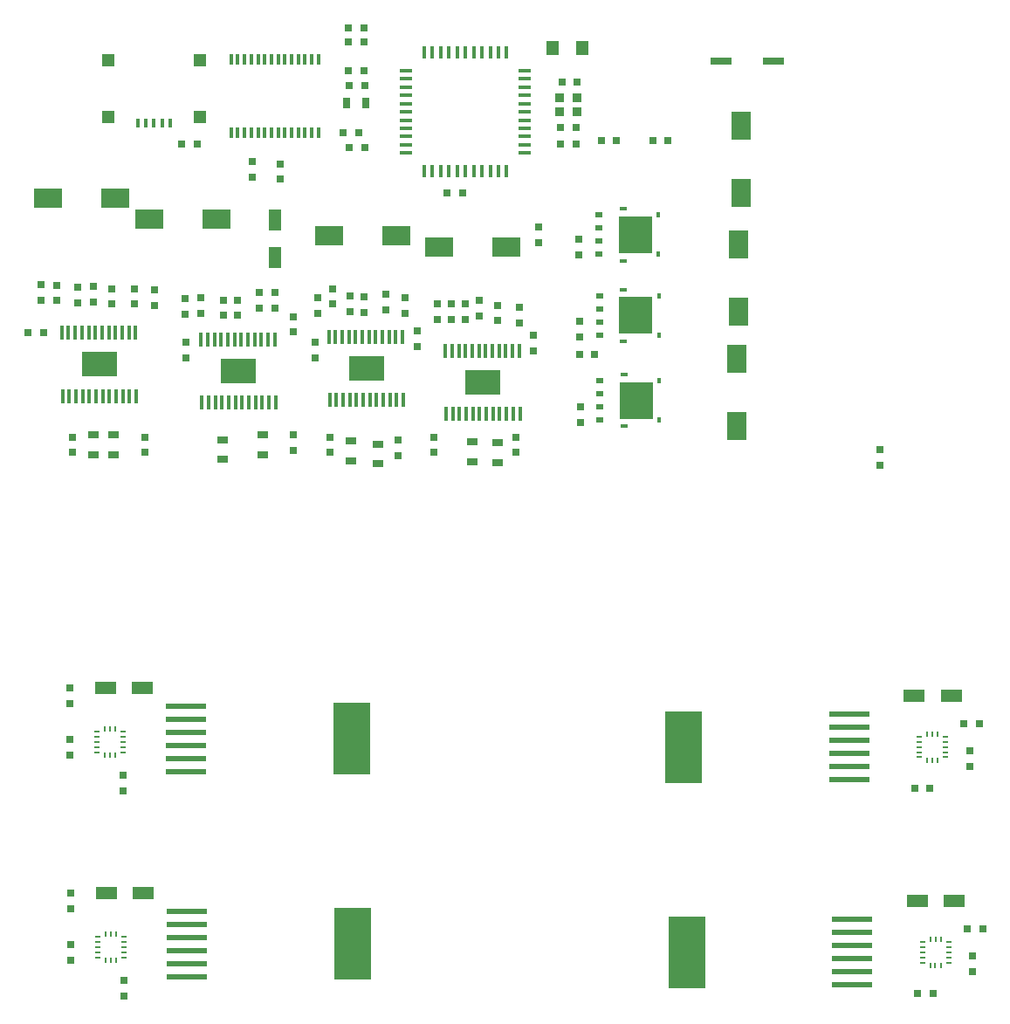
<source format=gtp>
G04 #@! TF.FileFunction,Paste,Top*
%FSLAX46Y46*%
G04 Gerber Fmt 4.6, Leading zero omitted, Abs format (unit mm)*
G04 Created by KiCad (PCBNEW (2015-08-20 BZR 6109)-product) date Wed 02 Sep 2015 10:01:10 PM PDT*
%MOMM*%
G01*
G04 APERTURE LIST*
%ADD10C,0.150000*%
%ADD11R,0.719328X0.800608*%
%ADD12R,0.800608X0.719328*%
%ADD13R,0.711200X1.117600*%
%ADD14R,1.920240X2.800096*%
%ADD15R,2.800096X1.920240*%
%ADD16R,1.278128X1.440688*%
%ADD17R,0.960000X0.880000*%
%ADD18R,1.200912X0.440944*%
%ADD19R,0.440944X1.200912*%
%ADD20R,1.280160X2.080768*%
%ADD21R,1.117600X0.711200*%
%ADD22R,2.032000X0.792480*%
%ADD23R,1.280160X1.280160*%
%ADD24R,0.400304X0.959104*%
%ADD25R,0.325120X1.016000*%
%ADD26R,0.360000X1.320000*%
%ADD27R,3.456000X2.400000*%
%ADD28R,0.380000X0.600000*%
%ADD29R,0.724000X0.396000*%
%ADD30R,0.800000X0.600000*%
%ADD31R,3.244000X3.648000*%
%ADD32R,0.480000X0.180000*%
%ADD33R,0.180000X0.480000*%
%ADD34R,4.000000X0.608000*%
%ADD35R,3.600000X7.040000*%
%ADD36R,2.080768X1.280160*%
G04 APERTURE END LIST*
D10*
D11*
X215851840Y-34800000D03*
X214348160Y-34800000D03*
D12*
X212200000Y-44351840D03*
X212200000Y-42848160D03*
D11*
X193856760Y-29148200D03*
X195360440Y-29148200D03*
D12*
X179400000Y-49748160D03*
X179400000Y-51251840D03*
X245300000Y-65951840D03*
X245300000Y-64448160D03*
X186600000Y-50751840D03*
X186600000Y-49248160D03*
X197400000Y-49398160D03*
X197400000Y-50901840D03*
X202000000Y-64751840D03*
X202000000Y-63248160D03*
X210300000Y-52151840D03*
X210300000Y-50648160D03*
X203750000Y-50298160D03*
X203750000Y-51801840D03*
X184400000Y-38051840D03*
X184400000Y-36548160D03*
X192250000Y-48848160D03*
X192250000Y-50351840D03*
X165450000Y-48498160D03*
X165450000Y-50001840D03*
X174900000Y-50451840D03*
X174900000Y-48948160D03*
X200400000Y-54451840D03*
X200400000Y-52948160D03*
X170800000Y-48848160D03*
X170800000Y-50351840D03*
X187100000Y-38251840D03*
X187100000Y-36748160D03*
X173000000Y-50351840D03*
X173000000Y-48848160D03*
X199200000Y-51251840D03*
X199200000Y-49748160D03*
X167000000Y-64751840D03*
X167000000Y-63248160D03*
X192000000Y-64751840D03*
X192000000Y-63248160D03*
X211650000Y-53348160D03*
X211650000Y-54851840D03*
X188400000Y-51548160D03*
X188400000Y-53051840D03*
X208200000Y-50448160D03*
X208200000Y-51951840D03*
X185100000Y-49248160D03*
X185100000Y-50751840D03*
D11*
X179051840Y-34800000D03*
X177548160Y-34800000D03*
X204834640Y-39587600D03*
X203330960Y-39587600D03*
D13*
X193529100Y-30850000D03*
X195434100Y-30850000D03*
D11*
X219751840Y-34500000D03*
X218248160Y-34500000D03*
D12*
X216100000Y-44048160D03*
X216100000Y-45551840D03*
D11*
X215851840Y-33200000D03*
X214348160Y-33200000D03*
X214448160Y-28800000D03*
X215951840Y-28800000D03*
D14*
X231400000Y-55648800D03*
X231400000Y-62151200D03*
D15*
X202548800Y-44800000D03*
X209051200Y-44800000D03*
X198351200Y-43700000D03*
X191848800Y-43700000D03*
D14*
X231800000Y-33048800D03*
X231800000Y-39551200D03*
D15*
X174448800Y-42100000D03*
X180951200Y-42100000D03*
D16*
X216419860Y-25500000D03*
X213580140Y-25500000D03*
D17*
X215950000Y-30300000D03*
X214250000Y-30300000D03*
X215950000Y-31700000D03*
X214250000Y-31700000D03*
D18*
X199354520Y-33300200D03*
X199354520Y-34100300D03*
X199354520Y-35700500D03*
X199354520Y-34900400D03*
X199354520Y-30899900D03*
X199354520Y-32500100D03*
X199354520Y-31700000D03*
X199354520Y-29299700D03*
X199354520Y-30099800D03*
X199354520Y-28499600D03*
X199354520Y-27699500D03*
X210840400Y-27699500D03*
X210840400Y-28499600D03*
X210840400Y-30099800D03*
X210840400Y-29299700D03*
X210840400Y-31700000D03*
X210840400Y-32500100D03*
X210840400Y-30899900D03*
X210840400Y-34900400D03*
X210840400Y-35700500D03*
X210840400Y-34100300D03*
X210840400Y-33300200D03*
D19*
X209100500Y-37440400D03*
X208300400Y-37440400D03*
X206700200Y-37440400D03*
X207500300Y-37440400D03*
X205100000Y-37440400D03*
X204299900Y-37440400D03*
X205900100Y-37440400D03*
X201899600Y-37440400D03*
X201099500Y-37440400D03*
X202699700Y-37440400D03*
X203499800Y-37440400D03*
X203499800Y-25959600D03*
X202699700Y-25959600D03*
X201099500Y-25959600D03*
X201899600Y-25959600D03*
X205900100Y-25959600D03*
X204299900Y-25959600D03*
X205100000Y-25959600D03*
X207500300Y-25959600D03*
X206700200Y-25959600D03*
X208300400Y-25959600D03*
X209100500Y-25959600D03*
D20*
X186600000Y-42199140D03*
X186600000Y-45800860D03*
D11*
X224751840Y-34500000D03*
X223248160Y-34500000D03*
D12*
X216200000Y-52048160D03*
X216200000Y-53551840D03*
X216300000Y-60348160D03*
X216300000Y-61851840D03*
D11*
X195360440Y-35142600D03*
X193856760Y-35142600D03*
X195251840Y-27700000D03*
X193748160Y-27700000D03*
X195251840Y-24900000D03*
X193748160Y-24900000D03*
D21*
X185400000Y-63047500D03*
X185400000Y-64952500D03*
X181550000Y-63497500D03*
X181550000Y-65402500D03*
X208200000Y-63795000D03*
X208200000Y-65700000D03*
X205800000Y-63695000D03*
X205800000Y-65600000D03*
D12*
X181600000Y-49948160D03*
X181600000Y-51451840D03*
X206400000Y-49998160D03*
X206400000Y-51501840D03*
D11*
X195251840Y-23600000D03*
X193748160Y-23600000D03*
D12*
X183000000Y-51451840D03*
X183000000Y-49948160D03*
X205100000Y-51851840D03*
X205100000Y-50348160D03*
X210000000Y-63248160D03*
X210000000Y-64751840D03*
X188400000Y-63048160D03*
X188400000Y-64551840D03*
X177900000Y-49848160D03*
X177900000Y-51351840D03*
X178000000Y-54048160D03*
X178000000Y-55551840D03*
X190800000Y-49748160D03*
X190800000Y-51251840D03*
D15*
X171151200Y-40100000D03*
X164648800Y-40100000D03*
D11*
X164151840Y-53100000D03*
X162648160Y-53100000D03*
D12*
X163900000Y-48448160D03*
X163900000Y-49951840D03*
X190500000Y-54048160D03*
X190500000Y-55551840D03*
X174000000Y-63248160D03*
X174000000Y-64751840D03*
X198600000Y-63548160D03*
X198600000Y-65051840D03*
X169000000Y-50151840D03*
X169000000Y-48648160D03*
X195300000Y-51151840D03*
X195300000Y-49648160D03*
X167500000Y-48748160D03*
X167500000Y-50251840D03*
X193900000Y-49548160D03*
X193900000Y-51051840D03*
D21*
X169000000Y-63047500D03*
X169000000Y-64952500D03*
X171000000Y-63047500D03*
X171000000Y-64952500D03*
X194000000Y-63647500D03*
X194000000Y-65552500D03*
X196600000Y-63947500D03*
X196600000Y-65852500D03*
D12*
X202350000Y-50348160D03*
X202350000Y-51851840D03*
D11*
X217651840Y-55250000D03*
X216148160Y-55250000D03*
X194751840Y-33700000D03*
X193248160Y-33700000D03*
D22*
X229860000Y-26800000D03*
X234940000Y-26800000D03*
D23*
X170449920Y-32198800D03*
X170449920Y-26699700D03*
X179350080Y-32198800D03*
D24*
X174099900Y-32800780D03*
X176500200Y-32800780D03*
X175700100Y-32800780D03*
X173299800Y-32800780D03*
X174887300Y-32800780D03*
D23*
X179350080Y-26699700D03*
D14*
X231600000Y-51051200D03*
X231600000Y-44548800D03*
D25*
X190825000Y-26644000D03*
X190175000Y-26644000D03*
X189525000Y-26644000D03*
X188875000Y-26644000D03*
X188225000Y-26644000D03*
X187575000Y-26644000D03*
X186925000Y-26644000D03*
X186275000Y-26644000D03*
X185625000Y-26644000D03*
X184975000Y-26644000D03*
X184325000Y-26644000D03*
X183675000Y-26644000D03*
X183025000Y-26644000D03*
X182375000Y-26644000D03*
X182375000Y-33756000D03*
X183025000Y-33756000D03*
X183675000Y-33756000D03*
X184325000Y-33756000D03*
X184975000Y-33756000D03*
X185625000Y-33756000D03*
X186275000Y-33756000D03*
X186925000Y-33756000D03*
X187575000Y-33756000D03*
X188225000Y-33756000D03*
X188875000Y-33756000D03*
X189525000Y-33756000D03*
X190175000Y-33756000D03*
X190825000Y-33756000D03*
D26*
X191851060Y-53550000D03*
X192498760Y-53550000D03*
X192573760Y-59650000D03*
X191926060Y-59650000D03*
X193226060Y-59650000D03*
X193873760Y-59650000D03*
X194524000Y-59650000D03*
X195175000Y-59650000D03*
X195825000Y-59650000D03*
X196474720Y-59650000D03*
X197124960Y-59650000D03*
X197775200Y-59650000D03*
X198425440Y-59650000D03*
X199075680Y-59650000D03*
X199000680Y-53550000D03*
X198350440Y-53550000D03*
X197700200Y-53550000D03*
X197049960Y-53550000D03*
X196399720Y-53550000D03*
X195749480Y-53550000D03*
X195099240Y-53550000D03*
X194449000Y-53550000D03*
X193798760Y-53550000D03*
X193151060Y-53550000D03*
D27*
X195500000Y-56600000D03*
D26*
X165951060Y-53150000D03*
X166598760Y-53150000D03*
X166673760Y-59250000D03*
X166026060Y-59250000D03*
X167326060Y-59250000D03*
X167973760Y-59250000D03*
X168624000Y-59250000D03*
X169275000Y-59250000D03*
X169925000Y-59250000D03*
X170574720Y-59250000D03*
X171224960Y-59250000D03*
X171875200Y-59250000D03*
X172525440Y-59250000D03*
X173175680Y-59250000D03*
X173100680Y-53150000D03*
X172450440Y-53150000D03*
X171800200Y-53150000D03*
X171149960Y-53150000D03*
X170499720Y-53150000D03*
X169849480Y-53150000D03*
X169199240Y-53150000D03*
X168549000Y-53150000D03*
X167898760Y-53150000D03*
X167251060Y-53150000D03*
D27*
X169600000Y-56200000D03*
D26*
X203151060Y-54850000D03*
X203798760Y-54850000D03*
X203873760Y-60950000D03*
X203226060Y-60950000D03*
X204526060Y-60950000D03*
X205173760Y-60950000D03*
X205824000Y-60950000D03*
X206475000Y-60950000D03*
X207125000Y-60950000D03*
X207774720Y-60950000D03*
X208424960Y-60950000D03*
X209075200Y-60950000D03*
X209725440Y-60950000D03*
X210375680Y-60950000D03*
X210300680Y-54850000D03*
X209650440Y-54850000D03*
X209000200Y-54850000D03*
X208349960Y-54850000D03*
X207699720Y-54850000D03*
X207049480Y-54850000D03*
X206399240Y-54850000D03*
X205749000Y-54850000D03*
X205098760Y-54850000D03*
X204451060Y-54850000D03*
D27*
X206800000Y-57900000D03*
D26*
X179451060Y-53750000D03*
X180098760Y-53750000D03*
X180173760Y-59850000D03*
X179526060Y-59850000D03*
X180826060Y-59850000D03*
X181473760Y-59850000D03*
X182124000Y-59850000D03*
X182775000Y-59850000D03*
X183425000Y-59850000D03*
X184074720Y-59850000D03*
X184724960Y-59850000D03*
X185375200Y-59850000D03*
X186025440Y-59850000D03*
X186675680Y-59850000D03*
X186600680Y-53750000D03*
X185950440Y-53750000D03*
X185300200Y-53750000D03*
X184649960Y-53750000D03*
X183999720Y-53750000D03*
X183349480Y-53750000D03*
X182699240Y-53750000D03*
X182049000Y-53750000D03*
X181398760Y-53750000D03*
X180751060Y-53750000D03*
D27*
X183100000Y-56800000D03*
D28*
X223822500Y-41695000D03*
X223822500Y-45505000D03*
D29*
X220407500Y-46127500D03*
X220407500Y-41072500D03*
D28*
X223822500Y-45505000D03*
X223822500Y-41695000D03*
D29*
X220407500Y-46127500D03*
X220407500Y-41072500D03*
D30*
X218065000Y-41695000D03*
X218065000Y-42965000D03*
X218065000Y-44235000D03*
X218065000Y-45505000D03*
D31*
X221557500Y-43600000D03*
D28*
X223862500Y-49545000D03*
X223862500Y-53355000D03*
D29*
X220447500Y-53977500D03*
X220447500Y-48922500D03*
D28*
X223862500Y-53355000D03*
X223862500Y-49545000D03*
D29*
X220447500Y-53977500D03*
X220447500Y-48922500D03*
D30*
X218105000Y-49545000D03*
X218105000Y-50815000D03*
X218105000Y-52085000D03*
X218105000Y-53355000D03*
D31*
X221597500Y-51450000D03*
D28*
X223902500Y-57775000D03*
X223902500Y-61585000D03*
D29*
X220487500Y-62207500D03*
X220487500Y-57152500D03*
D28*
X223902500Y-61585000D03*
X223902500Y-57775000D03*
D29*
X220487500Y-62207500D03*
X220487500Y-57152500D03*
D30*
X218145000Y-57775000D03*
X218145000Y-59045000D03*
X218145000Y-60315000D03*
X218145000Y-61585000D03*
D31*
X221637500Y-59680000D03*
D32*
X169350000Y-92300000D03*
X169350000Y-91800000D03*
X171900000Y-91800000D03*
X169350000Y-92795000D03*
X169350000Y-93300000D03*
X169350000Y-93800000D03*
D33*
X170125000Y-94075000D03*
X170590000Y-94075000D03*
X171125000Y-94075000D03*
D32*
X171900000Y-93800000D03*
X171900000Y-93300000D03*
X171900000Y-92795000D03*
X171900000Y-92300000D03*
D33*
X171125000Y-91525000D03*
X170610000Y-91525000D03*
X170125000Y-91525000D03*
D34*
X178000000Y-89325000D03*
X178000000Y-91865000D03*
X178000000Y-94405000D03*
X178000000Y-93135000D03*
X178000000Y-95675000D03*
X178000000Y-90595000D03*
D35*
X194050000Y-92500000D03*
D12*
X166700000Y-94051840D03*
X166700000Y-92548160D03*
X171860000Y-97541840D03*
X171860000Y-96038160D03*
X166690000Y-89061840D03*
X166690000Y-87558160D03*
D36*
X173770860Y-87600000D03*
X170169140Y-87600000D03*
D32*
X249125000Y-92800000D03*
X249125000Y-92300000D03*
X251675000Y-92300000D03*
X249125000Y-93295000D03*
X249125000Y-93800000D03*
X249125000Y-94300000D03*
D33*
X249900000Y-94575000D03*
X250365000Y-94575000D03*
X250900000Y-94575000D03*
D32*
X251675000Y-94300000D03*
X251675000Y-93800000D03*
X251675000Y-93295000D03*
X251675000Y-92800000D03*
D33*
X250900000Y-92025000D03*
X250385000Y-92025000D03*
X249900000Y-92025000D03*
D34*
X242300000Y-96475000D03*
X242300000Y-93935000D03*
X242300000Y-91395000D03*
X242300000Y-92665000D03*
X242300000Y-90125000D03*
X242300000Y-95205000D03*
D35*
X226250000Y-93300000D03*
D12*
X254000000Y-95151840D03*
X254000000Y-93648160D03*
D11*
X248648160Y-97300000D03*
X250151840Y-97300000D03*
X254951840Y-91000000D03*
X253448160Y-91000000D03*
D36*
X248599140Y-88300000D03*
X252200860Y-88300000D03*
D32*
X169450000Y-112200000D03*
X169450000Y-111700000D03*
X172000000Y-111700000D03*
X169450000Y-112695000D03*
X169450000Y-113200000D03*
X169450000Y-113700000D03*
D33*
X170225000Y-113975000D03*
X170690000Y-113975000D03*
X171225000Y-113975000D03*
D32*
X172000000Y-113700000D03*
X172000000Y-113200000D03*
X172000000Y-112695000D03*
X172000000Y-112200000D03*
D33*
X171225000Y-111425000D03*
X170710000Y-111425000D03*
X170225000Y-111425000D03*
D34*
X178100000Y-109225000D03*
X178100000Y-111765000D03*
X178100000Y-114305000D03*
X178100000Y-113035000D03*
X178100000Y-115575000D03*
X178100000Y-110495000D03*
D35*
X194150000Y-112400000D03*
D12*
X166800000Y-113951840D03*
X166800000Y-112448160D03*
X171960000Y-117441840D03*
X171960000Y-115938160D03*
X166790000Y-108961840D03*
X166790000Y-107458160D03*
D36*
X173870860Y-107500000D03*
X170269140Y-107500000D03*
D32*
X249425000Y-112700000D03*
X249425000Y-112200000D03*
X251975000Y-112200000D03*
X249425000Y-113195000D03*
X249425000Y-113700000D03*
X249425000Y-114200000D03*
D33*
X250200000Y-114475000D03*
X250665000Y-114475000D03*
X251200000Y-114475000D03*
D32*
X251975000Y-114200000D03*
X251975000Y-113700000D03*
X251975000Y-113195000D03*
X251975000Y-112700000D03*
D33*
X251200000Y-111925000D03*
X250685000Y-111925000D03*
X250200000Y-111925000D03*
D34*
X242600000Y-116375000D03*
X242600000Y-113835000D03*
X242600000Y-111295000D03*
X242600000Y-112565000D03*
X242600000Y-110025000D03*
X242600000Y-115105000D03*
D35*
X226550000Y-113200000D03*
D12*
X254300000Y-115051840D03*
X254300000Y-113548160D03*
D11*
X248948160Y-117200000D03*
X250451840Y-117200000D03*
X255251840Y-110900000D03*
X253748160Y-110900000D03*
D36*
X248899140Y-108200000D03*
X252500860Y-108200000D03*
M02*

</source>
